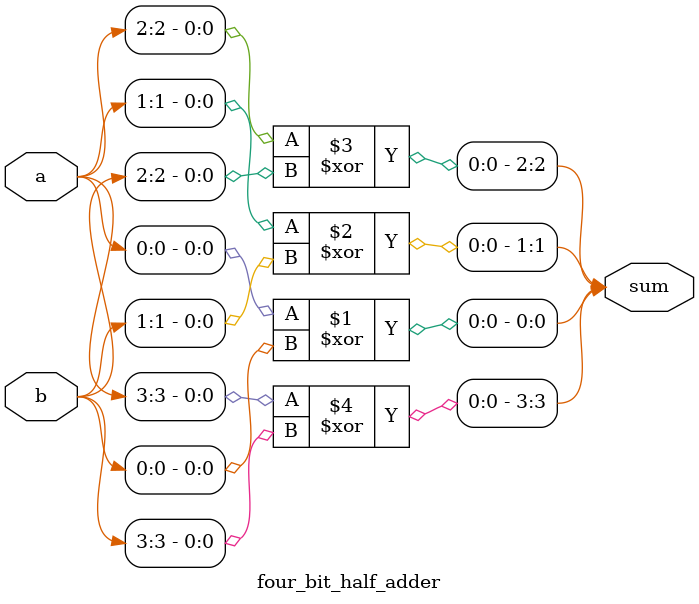
<source format=v>
module four_bit_half_adder(
	input [3:0] a,
	input [3:0] b,
	output [3:0] sum
);
	xor xor_h0(sum[0],a[0],b[0]);
	
	xor xor_h1(sum[1],a[1],b[1]);
	
	xor xor_h2(sum[2],a[2],b[2]);
	
	xor xor_h3(sum[3],a[3],b[3]);
  
endmodule

</source>
